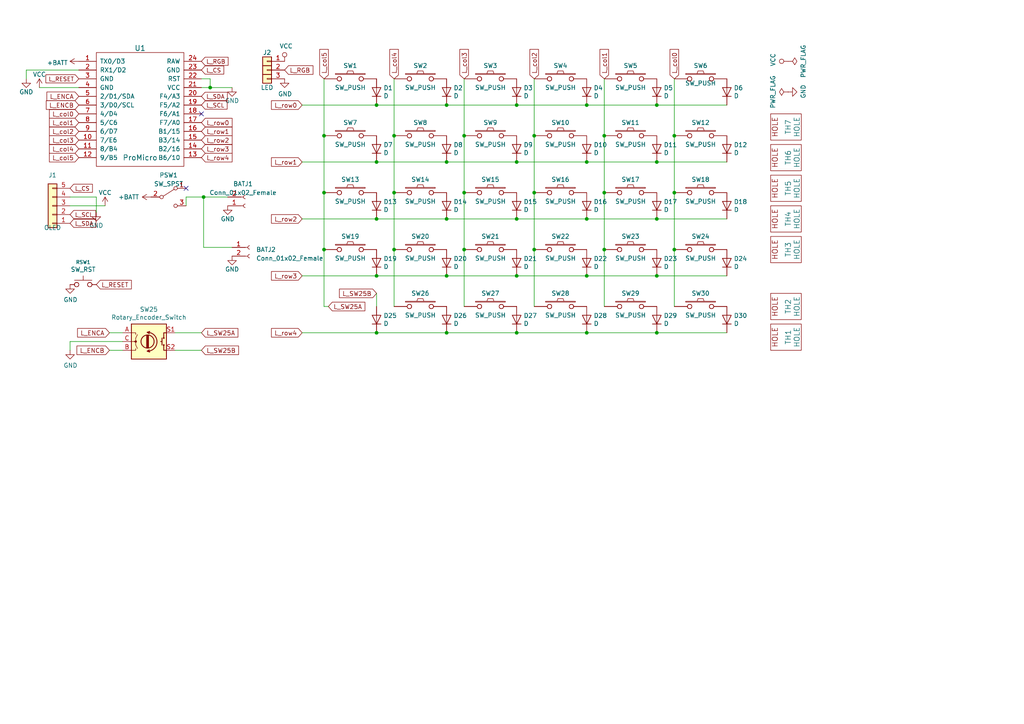
<source format=kicad_sch>
(kicad_sch (version 20230121) (generator eeschema)
  (paper "A4")
  (lib_symbols
    (symbol "Connector:Conn_01x02_Female" (pin_names (offset 1.016) hide)
      (property "Reference" "J" (at 0 2.54 0))
      (property "Value" "Conn_01x02_Female" (at 0 -5.08 0))
      (symbol "Conn_01x02_Female_1_1"
        (arc (start 0 -2.032) (mid -0.5058 -2.54) (end 0 -3.048) (stroke (width 0.1524)))
        (polyline (pts (xy -1.27 -2.54) (xy -0.508 -2.54)) (stroke (width 0.1524)))
        (polyline (pts (xy -1.27 0) (xy -0.508 0)) (stroke (width 0.1524)))
        (arc (start 0 0.508) (mid -0.5058 0) (end 0 -0.508) (stroke (width 0.1524)))
        (pin passive line (at -5.08 0 0) (length 3.81) (name "Pin_1") (number "1"))
        (pin passive line (at -5.08 -2.54 0) (length 3.81) (name "Pin_2") (number "2"))
      )
    )
    (symbol "Connector_Generic:Conn_01x05" (pin_names (offset 1.016) hide)
      (property "Reference" "J" (at 0 7.62 0))
      (property "Value" "Conn_01x05" (at 0 -7.62 0))
      (symbol "Conn_01x05_1_1"
        (rectangle (start -1.27 -4.953) (end 0 -5.207) (stroke (width 0.1524)))
        (rectangle (start -1.27 -2.413) (end 0 -2.667) (stroke (width 0.1524)))
        (rectangle (start -1.27 0.127) (end 0 -0.127) (stroke (width 0.1524)))
        (rectangle (start -1.27 2.667) (end 0 2.413) (stroke (width 0.1524)))
        (rectangle (start -1.27 5.207) (end 0 4.953) (stroke (width 0.1524)))
        (rectangle (start -1.27 6.35) (end 1.27 -6.35) (stroke (width 0.254)) (fill (type background)))
        (pin passive line (at -5.08 5.08 0) (length 3.81) (name "Pin_1") (number "1"))
        (pin passive line (at -5.08 2.54 0) (length 3.81) (name "Pin_2") (number "2"))
        (pin passive line (at -5.08 0 0) (length 3.81) (name "Pin_3") (number "3"))
        (pin passive line (at -5.08 -2.54 0) (length 3.81) (name "Pin_4") (number "4"))
        (pin passive line (at -5.08 -5.08 0) (length 3.81) (name "Pin_5") (number "5"))
      )
    )
    (symbol "SofleKeyboard-rescue:D-Lily58-cache-Lily58_Pro-rescue" (pin_numbers hide) (pin_names (offset 1.016) hide)
      (property "Reference" "D" (at 0 2.54 0))
      (property "Value" "D-Lily58-cache-Lily58_Pro-rescue" (at 0 -2.54 0))
      (symbol "D-Lily58-cache-Lily58_Pro-rescue_0_1"
        (polyline (pts (xy -1.27 1.27) (xy -1.27 -1.27)) (stroke (width 0.2032)))
        (polyline (pts (xy 1.27 0) (xy -1.27 0)))
        (polyline (pts (xy 1.27 1.27) (xy 1.27 -1.27) (xy -1.27 0) (xy 1.27 1.27)) (stroke (width 0.2032)))
      )
      (symbol "D-Lily58-cache-Lily58_Pro-rescue_1_1"
        (pin passive line (at -3.81 0 0) (length 2.54) (name "K") (number "1"))
        (pin passive line (at 3.81 0 180) (length 2.54) (name "A") (number "2"))
      )
    )
    (symbol "SofleKeyboard-rescue:GND-Lily58-cache-Lily58_Pro-rescue" (power) (pin_names (offset 0))
      (property "Value" "GND-Lily58-cache-Lily58_Pro-rescue" (at 0 -3.81 0))
      (symbol "GND-Lily58-cache-Lily58_Pro-rescue_1_1"
        (polyline (pts (xy 0 0) (xy 0 -1.27) (xy 1.27 -1.27) (xy 0 -2.54) (xy -1.27 -1.27) (xy 0 -1.27)))
        (pin power_in line (at 0 0 0) (length 0) hide (name "GND") (number "1"))
      )
    )
    (symbol "SofleKeyboard-rescue:HOLE-Lily58-cache-Lily58_Pro-rescue" (pin_names (offset 1.016))
      (property "Reference" "U" (at 0 0 0))
      (property "Value" "HOLE-Lily58-cache-Lily58_Pro-rescue" (at 0 -5.08 0))
      (symbol "HOLE-Lily58-cache-Lily58_Pro-rescue_0_0"
        (text "HOLE" (at 0 3.81 0) (effects (font (size 1.524 1.524))))
      )
      (symbol "HOLE-Lily58-cache-Lily58_Pro-rescue_0_1"
        (rectangle (start 3.81 5.08) (end -3.81 -3.81))
      )
    )
    (symbol "SofleKeyboard-rescue:LED-Lily58-cache-Lily58_Pro-rescue" (pin_names (offset 1.016) hide)
      (property "Reference" "J" (at 0 5.08 0))
      (property "Value" "LED-Lily58-cache-Lily58_Pro-rescue" (at 0 -5.08 0))
      (symbol "LED-Lily58-cache-Lily58_Pro-rescue_1_1"
        (rectangle (start -1.27 3.81) (end 1.27 -3.81) (stroke (width 0.254)) (fill (type background)))
        (rectangle (start 0 -2.413) (end 1.27 -2.667) (stroke (width 0.1524)))
        (polyline (pts (xy -1.27 -1.27) (xy 1.27 -1.27)) (stroke (width 0.254)))
        (polyline (pts (xy -1.27 1.27) (xy 1.27 1.27)) (stroke (width 0.254)))
        (rectangle (start 0 0.127) (end 1.27 -0.127) (stroke (width 0.1524)))
        (rectangle (start 0 2.667) (end 1.27 2.413) (stroke (width 0.1524)))
        (pin passive line (at 5.08 2.54 180) (length 3.81) (name "Pin_1") (number "1"))
        (pin passive line (at 5.08 0 180) (length 3.81) (name "Pin_2") (number "2"))
        (pin passive line (at 5.08 -2.54 180) (length 3.81) (name "Pin_3") (number "3"))
      )
    )
    (symbol "SofleKeyboard-rescue:PWR_FLAG-Lily58-cache-Lily58_Pro-rescue" (power) (pin_numbers hide) (pin_names (offset 0) hide)
      (property "Value" "PWR_FLAG-Lily58-cache-Lily58_Pro-rescue" (at 0 3.81 0))
      (symbol "PWR_FLAG-Lily58-cache-Lily58_Pro-rescue_0_0"
        (pin power_out line (at 0 0 90) (length 0) (name "pwr") (number "1"))
      )
      (symbol "PWR_FLAG-Lily58-cache-Lily58_Pro-rescue_0_1"
        (polyline (pts (xy 0 0) (xy 0 1.27) (xy -1.016 1.905) (xy 0 2.54) (xy 1.016 1.905) (xy 0 1.27)))
      )
    )
    (symbol "SofleKeyboard-rescue:Rotary_Encoder_Switch-Device" (pin_names (offset 0.254) hide)
      (property "Reference" "SW" (at 0 6.604 0))
      (property "Value" "Device_Rotary_Encoder_Switch" (at 0 -6.604 0))
      (symbol "Rotary_Encoder_Switch-Device_0_1"
        (rectangle (start -5.08 5.08) (end 5.08 -5.08) (stroke (width 0.254)) (fill (type background)))
        (circle (center -3.81 0) (radius 0.254) (fill (type outline)))
        (arc (start -0.381 -2.794) (mid 2.3376 -0.0635) (end -0.381 2.667) (stroke (width 0.254)))
        (circle (center -0.381 0) (radius 1.905) (stroke (width 0.254)))
        (polyline (pts (xy -0.635 -1.778) (xy -0.635 1.778)) (stroke (width 0.254)))
        (polyline (pts (xy -0.381 -1.778) (xy -0.381 1.778)) (stroke (width 0.254)))
        (polyline (pts (xy -0.127 1.778) (xy -0.127 -1.778)) (stroke (width 0.254)))
        (polyline (pts (xy 3.81 0) (xy 3.429 0)) (stroke (width 0.254)))
        (polyline (pts (xy 3.81 1.016) (xy 3.81 -1.016)) (stroke (width 0.254)))
        (polyline (pts (xy -5.08 -2.54) (xy -3.81 -2.54) (xy -3.81 -2.032)))
        (polyline (pts (xy -5.08 2.54) (xy -3.81 2.54) (xy -3.81 2.032)))
        (polyline (pts (xy 0.254 -3.048) (xy -0.508 -2.794) (xy 0.127 -2.413)) (stroke (width 0.254)))
        (polyline (pts (xy 0.254 2.921) (xy -0.508 2.667) (xy 0.127 2.286)) (stroke (width 0.254)))
        (polyline (pts (xy 5.08 -2.54) (xy 4.318 -2.54) (xy 4.318 -1.016)) (stroke (width 0.254)))
        (polyline (pts (xy 5.08 2.54) (xy 4.318 2.54) (xy 4.318 1.016)) (stroke (width 0.254)))
        (polyline (pts (xy -5.08 0) (xy -3.81 0) (xy -3.81 -1.016) (xy -3.302 -2.032)))
        (polyline (pts (xy -4.318 0) (xy -3.81 0) (xy -3.81 1.016) (xy -3.302 2.032)))
        (circle (center 4.318 -1.016) (radius 0.127) (stroke (width 0.254)))
        (circle (center 4.318 1.016) (radius 0.127) (stroke (width 0.254)))
      )
      (symbol "Rotary_Encoder_Switch-Device_1_1"
        (pin passive line (at -7.62 2.54 0) (length 2.54) (name "A") (number "A"))
        (pin passive line (at -7.62 -2.54 0) (length 2.54) (name "B") (number "B"))
        (pin passive line (at -7.62 0 0) (length 2.54) (name "C") (number "C"))
        (pin passive line (at 7.62 2.54 180) (length 2.54) (name "S1") (number "S1"))
        (pin passive line (at 7.62 -2.54 180) (length 2.54) (name "S2") (number "S2"))
      )
    )
    (symbol "SofleKeyboard-rescue:SW_PUSH-Lily58-cache-Lily58_Pro-rescue" (pin_numbers hide) (pin_names (offset 1.016) hide)
      (property "Reference" "SW" (at 3.81 2.794 0))
      (property "Value" "SW_PUSH-Lily58-cache-Lily58_Pro-rescue" (at 0 -2.032 0))
      (symbol "SW_PUSH-Lily58-cache-Lily58_Pro-rescue_0_1"
        (rectangle (start -4.318 1.27) (end 4.318 1.524))
        (polyline (pts (xy -1.016 1.524) (xy -0.762 2.286) (xy 0.762 2.286) (xy 1.016 1.524)))
        (pin passive inverted (at -7.62 0 0) (length 5.08) (name "1") (number "1"))
        (pin passive inverted (at 7.62 0 180) (length 5.08) (name "2") (number "2"))
      )
    )
    (symbol "SofleKeyboard-rescue:SW_RST-Lily58-cache-Lily58_Pro-rescue" (pin_numbers hide) (pin_names (offset 1.016) hide)
      (property "Reference" "RSW" (at 2.54 2.54 0))
      (property "Value" "SW_RST-Lily58-cache-Lily58_Pro-rescue" (at 0 -2.54 0))
      (symbol "SW_RST-Lily58-cache-Lily58_Pro-rescue_0_1"
        (polyline (pts (xy -2.54 1.27) (xy 2.54 1.27)))
        (polyline (pts (xy 0 2.54) (xy 0 1.27)))
        (pin passive inverted (at -3.81 0 0) (length 2.54) (name "1") (number "1"))
        (pin passive inverted (at 3.81 0 180) (length 2.54) (name "2") (number "2"))
      )
    )
    (symbol "SofleKeyboard-rescue:VCC-Lily58-cache-Lily58_Pro-rescue" (power) (pin_names (offset 0))
      (property "Value" "VCC-Lily58-cache-Lily58_Pro-rescue" (at 0 3.81 0))
      (symbol "VCC-Lily58-cache-Lily58_Pro-rescue_0_1"
        (polyline (pts (xy 0 0) (xy 0 1.27)))
        (circle (center 0 1.905) (radius 0.635))
      )
      (symbol "VCC-Lily58-cache-Lily58_Pro-rescue_1_1"
        (pin power_in line (at 0 0 90) (length 0) hide (name "VCC") (number "1"))
      )
    )
    (symbol "Switch:SW_SPDT" (pin_names (offset 0) hide)
      (property "Reference" "SW" (at 0 4.318 0))
      (property "Value" "SW_SPDT" (at 0 -5.08 0))
      (symbol "SW_SPDT_0_0"
        (circle (center -2.032 0) (radius 0.508))
        (circle (center 2.032 -2.54) (radius 0.508))
      )
      (symbol "SW_SPDT_0_1"
        (polyline (pts (xy -1.524 0.254) (xy 1.651 2.286)))
        (circle (center 2.032 2.54) (radius 0.508))
      )
      (symbol "SW_SPDT_1_1"
        (pin passive line (at 5.08 2.54 180) (length 2.54) (name "A") (number "1"))
        (pin passive line (at -5.08 0 0) (length 2.54) (name "B") (number "2"))
        (pin passive line (at 5.08 -2.54 180) (length 2.54) (name "C") (number "3"))
      )
    )
    (symbol "kbd:ProMicro" (pin_names (offset 1.016))
      (property "Reference" "U" (at 0 19.05 0))
      (property "Value" "ProMicro" (at 0 -19.05 0))
      (symbol "ProMicro_0_1"
        (rectangle (start -12.7 16.51) (end 12.7 -16.51))
      )
      (symbol "ProMicro_1_1"
        (pin bidirectional line (at -17.78 13.97 0) (length 5.08) (name "TX0/D3") (number "1"))
        (pin bidirectional line (at -17.78 -8.89 0) (length 5.08) (name "7/E6") (number "10"))
        (pin bidirectional line (at -17.78 -11.43 0) (length 5.08) (name "8/B4") (number "11"))
        (pin bidirectional line (at -17.78 -13.97 0) (length 5.08) (name "9/B5") (number "12"))
        (pin bidirectional line (at 17.78 -13.97 180) (length 5.08) (name "B6/10") (number "13"))
        (pin bidirectional line (at 17.78 -11.43 180) (length 5.08) (name "B2/16") (number "14"))
        (pin bidirectional line (at 17.78 -8.89 180) (length 5.08) (name "B3/14") (number "15"))
        (pin bidirectional line (at 17.78 -6.35 180) (length 5.08) (name "B1/15") (number "16"))
        (pin bidirectional line (at 17.78 -3.81 180) (length 5.08) (name "F7/A0") (number "17"))
        (pin bidirectional line (at 17.78 -1.27 180) (length 5.08) (name "F6/A1") (number "18"))
        (pin bidirectional line (at 17.78 1.27 180) (length 5.08) (name "F5/A2") (number "19"))
        (pin bidirectional line (at -17.78 11.43 0) (length 5.08) (name "RX1/D2") (number "2"))
        (pin bidirectional line (at 17.78 3.81 180) (length 5.08) (name "F4/A3") (number "20"))
        (pin power_in line (at 17.78 6.35 180) (length 5.08) (name "VCC") (number "21"))
        (pin input line (at 17.78 8.89 180) (length 5.08) (name "RST") (number "22"))
        (pin power_in line (at 17.78 11.43 180) (length 5.08) (name "GND") (number "23"))
        (pin power_out line (at 17.78 13.97 180) (length 5.08) (name "RAW") (number "24"))
        (pin power_in line (at -17.78 8.89 0) (length 5.08) (name "GND") (number "3"))
        (pin power_in line (at -17.78 6.35 0) (length 5.08) (name "GND") (number "4"))
        (pin bidirectional line (at -17.78 3.81 0) (length 5.08) (name "2/D1/SDA") (number "5"))
        (pin bidirectional line (at -17.78 1.27 0) (length 5.08) (name "3/D0/SCL") (number "6"))
        (pin bidirectional line (at -17.78 -1.27 0) (length 5.08) (name "4/D4") (number "7"))
        (pin bidirectional line (at -17.78 -3.81 0) (length 5.08) (name "5/C6") (number "8"))
        (pin bidirectional line (at -17.78 -6.35 0) (length 5.08) (name "6/D7") (number "9"))
      )
    )
    (symbol "power:+BATT" (power) (pin_names (offset 0))
      (property "Value" "+BATT" (at 0 3.556 0))
      (symbol "+BATT_0_1"
        (polyline (pts (xy -0.762 1.27) (xy 0 2.54)))
        (polyline (pts (xy 0 0) (xy 0 2.54)))
        (polyline (pts (xy 0 2.54) (xy 0.762 1.27)))
      )
      (symbol "+BATT_1_1"
        (pin power_in line (at 0 0 90) (length 0) hide (name "+BATT") (number "1"))
      )
    )
    (symbol "power:GND" (power) (pin_names (offset 0))
      (property "Value" "GND" (at 0 -3.81 0))
      (symbol "GND_0_1"
        (polyline (pts (xy 0 0) (xy 0 -1.27) (xy 1.27 -1.27) (xy 0 -2.54) (xy -1.27 -1.27) (xy 0 -1.27)))
      )
      (symbol "GND_1_1"
        (pin power_in line (at 0 0 270) (length 0) hide (name "GND") (number "1"))
      )
    )
    (symbol "power:VCC" (power) (pin_names (offset 0))
      (property "Value" "VCC" (at 0 3.81 0))
      (symbol "VCC_0_1"
        (polyline (pts (xy -0.762 1.27) (xy 0 2.54)))
        (polyline (pts (xy 0 0) (xy 0 2.54)))
        (polyline (pts (xy 0 2.54) (xy 0.762 1.27)))
      )
      (symbol "VCC_1_1"
        (pin power_in line (at 0 0 90) (length 0) hide (name "VCC") (number "1"))
      )
    )
  )
  (junction (at 114.3 72.39))
  (junction (at 154.94 55.88))
  (junction (at 190.5 46.99))
  (junction (at 109.22 46.99))
  (junction (at 149.86 80.01))
  (junction (at 93.98 39.37))
  (junction (at 149.86 96.52))
  (junction (at 109.22 63.5))
  (junction (at 175.26 55.88))
  (junction (at 175.26 72.39))
  (junction (at 195.58 39.37))
  (junction (at 154.94 39.37))
  (junction (at 170.18 63.5))
  (junction (at 129.54 80.01))
  (junction (at 59.055 57.15))
  (junction (at 170.18 80.01))
  (junction (at 195.58 72.39))
  (junction (at 109.22 96.52))
  (junction (at 149.86 46.99))
  (junction (at 195.58 55.88))
  (junction (at 129.54 63.5))
  (junction (at 170.18 30.48))
  (junction (at 190.5 80.01))
  (junction (at 134.62 55.88))
  (junction (at 109.22 80.01))
  (junction (at 149.86 63.5))
  (junction (at 129.54 46.99))
  (junction (at 134.62 39.37))
  (junction (at 134.62 72.39))
  (junction (at 190.5 30.48))
  (junction (at 114.3 55.88))
  (junction (at 109.22 30.48))
  (junction (at 114.3 39.37))
  (junction (at 170.18 96.52))
  (junction (at 190.5 96.52))
  (junction (at 93.98 72.39))
  (junction (at 60.96 25.4))
  (junction (at 93.98 55.88))
  (junction (at 129.54 30.48))
  (junction (at 129.54 96.52))
  (junction (at 175.26 39.37))
  (junction (at 149.86 30.48))
  (junction (at 154.94 72.39))
  (junction (at 170.18 46.99))
  (junction (at 190.5 63.5))
  (no_connect (at 58.42 33.02))
  (no_connect (at 53.975 54.61))
  (wire (pts (xy 149.86 63.5) (xy 170.18 63.5)))
  (wire (pts (xy 93.98 88.9) (xy 95.25 88.9)))
  (wire (pts (xy 109.22 30.48) (xy 87.63 30.48)))
  (wire (pts (xy 20.32 99.06) (xy 20.32 101.6)))
  (wire (pts (xy 93.98 39.37) (xy 93.98 55.88)))
  (wire (pts (xy 53.975 57.15) (xy 53.975 59.69)))
  (wire (pts (xy 93.98 22.86) (xy 93.98 39.37)))
  (wire (pts (xy 190.5 46.99) (xy 210.82 46.99)))
  (wire (pts (xy 129.54 46.99) (xy 109.22 46.99)))
  (wire (pts (xy 195.58 72.39) (xy 195.58 88.9)))
  (wire (pts (xy 129.54 30.48) (xy 109.22 30.48)))
  (wire (pts (xy 170.18 80.01) (xy 190.5 80.01)))
  (wire (pts (xy 93.98 55.88) (xy 93.98 72.39)))
  (wire (pts (xy 154.94 39.37) (xy 154.94 55.88)))
  (wire (pts (xy 129.54 63.5) (xy 109.22 63.5)))
  (wire (pts (xy 31.75 101.6) (xy 35.56 101.6)))
  (wire (pts (xy 149.86 96.52) (xy 170.18 96.52)))
  (wire (pts (xy 59.055 57.15) (xy 59.055 71.755)))
  (wire (pts (xy 22.86 25.4) (xy 11.43 25.4)))
  (wire (pts (xy 109.22 46.99) (xy 87.63 46.99)))
  (wire (pts (xy 170.18 46.99) (xy 190.5 46.99)))
  (wire (pts (xy 149.86 30.48) (xy 170.18 30.48)))
  (wire (pts (xy 53.975 57.15) (xy 59.055 57.15)))
  (wire (pts (xy 190.5 30.48) (xy 210.82 30.48)))
  (wire (pts (xy 170.18 63.5) (xy 190.5 63.5)))
  (wire (pts (xy 175.26 72.39) (xy 175.26 55.88)))
  (wire (pts (xy 129.54 80.01) (xy 109.22 80.01)))
  (wire (pts (xy 129.54 46.99) (xy 149.86 46.99)))
  (wire (pts (xy 50.8 101.6) (xy 58.42 101.6)))
  (wire (pts (xy 149.86 80.01) (xy 170.18 80.01)))
  (wire (pts (xy 154.94 55.88) (xy 154.94 72.39)))
  (wire (pts (xy 170.18 96.52) (xy 190.5 96.52)))
  (wire (pts (xy 175.26 22.86) (xy 175.26 39.37)))
  (wire (pts (xy 109.22 96.52) (xy 129.54 96.52)))
  (wire (pts (xy 60.96 22.86) (xy 60.96 25.4)))
  (wire (pts (xy 190.5 96.52) (xy 210.82 96.52)))
  (wire (pts (xy 195.58 55.88) (xy 195.58 72.39)))
  (wire (pts (xy 134.62 39.37) (xy 134.62 55.88)))
  (wire (pts (xy 195.58 39.37) (xy 195.58 22.86)))
  (wire (pts (xy 134.62 72.39) (xy 134.62 88.9)))
  (wire (pts (xy 109.22 63.5) (xy 87.63 63.5)))
  (wire (pts (xy 129.54 80.01) (xy 149.86 80.01)))
  (wire (pts (xy 129.54 96.52) (xy 149.86 96.52)))
  (wire (pts (xy 149.86 46.99) (xy 170.18 46.99)))
  (wire (pts (xy 27.94 61.595) (xy 27.94 57.15)))
  (wire (pts (xy 67.31 25.4) (xy 60.96 25.4)))
  (wire (pts (xy 175.26 39.37) (xy 175.26 55.88)))
  (wire (pts (xy 31.75 96.52) (xy 35.56 96.52)))
  (wire (pts (xy 109.22 85.09) (xy 109.22 88.9)))
  (wire (pts (xy 134.62 22.86) (xy 134.62 39.37)))
  (wire (pts (xy 190.5 30.48) (xy 170.18 30.48)))
  (wire (pts (xy 60.96 25.4) (xy 58.42 25.4)))
  (wire (pts (xy 195.58 55.88) (xy 195.58 39.37)))
  (wire (pts (xy 35.56 99.06) (xy 20.32 99.06)))
  (wire (pts (xy 50.8 96.52) (xy 58.42 96.52)))
  (wire (pts (xy 190.5 80.01) (xy 210.82 80.01)))
  (wire (pts (xy 93.98 72.39) (xy 93.98 88.9)))
  (wire (pts (xy 20.32 59.69) (xy 30.48 59.69)))
  (wire (pts (xy 129.54 30.48) (xy 149.86 30.48)))
  (wire (pts (xy 7.62 22.86) (xy 7.62 20.32)))
  (wire (pts (xy 109.22 80.01) (xy 87.63 80.01)))
  (wire (pts (xy 190.5 63.5) (xy 210.82 63.5)))
  (wire (pts (xy 175.26 72.39) (xy 175.26 88.9)))
  (wire (pts (xy 129.54 63.5) (xy 149.86 63.5)))
  (wire (pts (xy 134.62 55.88) (xy 134.62 72.39)))
  (wire (pts (xy 7.62 20.32) (xy 22.86 20.32)))
  (wire (pts (xy 114.3 72.39) (xy 114.3 88.9)))
  (wire (pts (xy 27.94 57.15) (xy 20.32 57.15)))
  (wire (pts (xy 154.94 72.39) (xy 154.94 88.9)))
  (wire (pts (xy 59.055 71.755) (xy 67.31 71.755)))
  (wire (pts (xy 87.63 96.52) (xy 109.22 96.52)))
  (wire (pts (xy 114.3 22.86) (xy 114.3 39.37)))
  (wire (pts (xy 114.3 55.88) (xy 114.3 72.39)))
  (wire (pts (xy 59.055 57.15) (xy 66.04 57.15)))
  (wire (pts (xy 58.42 22.86) (xy 60.96 22.86)))
  (wire (pts (xy 114.3 39.37) (xy 114.3 55.88)))
  (wire (pts (xy 154.94 22.86) (xy 154.94 39.37)))
  (global_label "L_SCL" (shape input) (at 20.32 62.23 0) (effects (font (size 1.1938 1.1938))) (property "Intersheetrefs" "${INTERSHEET_REFS}" (effects hide)))
  (global_label "L_SW25A" (shape input) (at 95.25 88.9 0) (property "Intersheetrefs" "${INTERSHEET_REFS}" (effects hide)))
  (global_label "L_row2" (shape input) (at 87.63 63.5 180) (property "Intersheetrefs" "${INTERSHEET_REFS}" (effects hide)))
  (global_label "L_col0" (shape input) (at 22.86 33.02 180) (property "Intersheetrefs" "${INTERSHEET_REFS}" (effects hide)))
  (global_label "L_SDA" (shape input) (at 58.42 27.94 0) (effects (font (size 1.1938 1.1938))) (property "Intersheetrefs" "${INTERSHEET_REFS}" (effects hide)))
  (global_label "L_CS" (shape input) (at 20.32 54.61 0) (effects (font (size 1.1938 1.1938))) (property "Intersheetrefs" "${INTERSHEET_REFS}" (effects hide)))
  (global_label "L_SCL" (shape input) (at 58.42 30.48 0) (effects (font (size 1.1938 1.1938))) (property "Intersheetrefs" "${INTERSHEET_REFS}" (effects hide)))
  (global_label "L_col0" (shape input) (at 195.58 22.86 90) (property "Intersheetrefs" "${INTERSHEET_REFS}" (effects hide)))
  (global_label "L_row0" (shape input) (at 87.63 30.48 180) (property "Intersheetrefs" "${INTERSHEET_REFS}" (effects hide)))
  (global_label "L_RGB" (shape input) (at 58.42 17.78 0) (effects (font (size 1.1938 1.1938))) (property "Intersheetrefs" "${INTERSHEET_REFS}" (effects hide)))
  (global_label "L_CS" (shape input) (at 58.42 20.32 0) (effects (font (size 1.1938 1.1938))) (property "Intersheetrefs" "${INTERSHEET_REFS}" (effects hide)))
  (global_label "L_SDA" (shape input) (at 20.32 64.77 0) (effects (font (size 1.1938 1.1938))) (property "Intersheetrefs" "${INTERSHEET_REFS}" (effects hide)))
  (global_label "L_col2" (shape input) (at 22.86 38.1 180) (property "Intersheetrefs" "${INTERSHEET_REFS}" (effects hide)))
  (global_label "L_row1" (shape input) (at 87.63 46.99 180) (property "Intersheetrefs" "${INTERSHEET_REFS}" (effects hide)))
  (global_label "L_col2" (shape input) (at 154.94 22.86 90) (property "Intersheetrefs" "${INTERSHEET_REFS}" (effects hide)))
  (global_label "L_row4" (shape input) (at 87.63 96.52 180) (property "Intersheetrefs" "${INTERSHEET_REFS}" (effects hide)))
  (global_label "L_row1" (shape input) (at 58.42 38.1 0) (property "Intersheetrefs" "${INTERSHEET_REFS}" (effects hide)))
  (global_label "L_row4" (shape input) (at 58.42 45.72 0) (property "Intersheetrefs" "${INTERSHEET_REFS}" (effects hide)))
  (global_label "L_col3" (shape input) (at 134.62 22.86 90) (property "Intersheetrefs" "${INTERSHEET_REFS}" (effects hide)))
  (global_label "L_col1" (shape input) (at 175.26 22.86 90) (property "Intersheetrefs" "${INTERSHEET_REFS}" (effects hide)))
  (global_label "L_col1" (shape input) (at 22.86 35.56 180) (property "Intersheetrefs" "${INTERSHEET_REFS}" (effects hide)))
  (global_label "L_ENCB" (shape input) (at 22.86 30.48 180) (property "Intersheetrefs" "${INTERSHEET_REFS}" (effects hide)))
  (global_label "L_col3" (shape input) (at 22.86 40.64 180) (property "Intersheetrefs" "${INTERSHEET_REFS}" (effects hide)))
  (global_label "L_row2" (shape input) (at 58.42 40.64 0) (property "Intersheetrefs" "${INTERSHEET_REFS}" (effects hide)))
  (global_label "L_SW25B" (shape input) (at 109.22 85.09 180) (property "Intersheetrefs" "${INTERSHEET_REFS}" (effects hide)))
  (global_label "L_col5" (shape input) (at 22.86 45.72 180) (property "Intersheetrefs" "${INTERSHEET_REFS}" (effects hide)))
  (global_label "L_row0" (shape input) (at 58.42 35.56 0) (property "Intersheetrefs" "${INTERSHEET_REFS}" (effects hide)))
  (global_label "L_col4" (shape input) (at 22.86 43.18 180) (property "Intersheetrefs" "${INTERSHEET_REFS}" (effects hide)))
  (global_label "L_col5" (shape input) (at 93.98 22.86 90) (property "Intersheetrefs" "${INTERSHEET_REFS}" (effects hide)))
  (global_label "L_row3" (shape input) (at 87.63 80.01 180) (property "Intersheetrefs" "${INTERSHEET_REFS}" (effects hide)))
  (global_label "L_SW25B" (shape input) (at 58.42 101.6 0) (property "Intersheetrefs" "${INTERSHEET_REFS}" (effects hide)))
  (global_label "L_SW25A" (shape input) (at 58.42 96.52 0) (property "Intersheetrefs" "${INTERSHEET_REFS}" (effects hide)))
  (global_label "L_ENCB" (shape input) (at 31.75 101.6 180) (property "Intersheetrefs" "${INTERSHEET_REFS}" (effects hide)))
  (global_label "L_RESET" (shape input) (at 27.94 82.55 0) (property "Intersheetrefs" "${INTERSHEET_REFS}" (effects hide)))
  (global_label "L_row3" (shape input) (at 58.42 43.18 0) (property "Intersheetrefs" "${INTERSHEET_REFS}" (effects hide)))
  (global_label "L_ENCA" (shape input) (at 31.75 96.52 180) (property "Intersheetrefs" "${INTERSHEET_REFS}" (effects hide)))
  (global_label "L_RGB" (shape input) (at 82.55 20.32 0) (property "Intersheetrefs" "${INTERSHEET_REFS}" (effects hide)))
  (global_label "L_RESET" (shape input) (at 22.86 22.86 180) (effects (font (size 1.1938 1.1938))) (property "Intersheetrefs" "${INTERSHEET_REFS}" (effects hide)))
  (global_label "L_ENCA" (shape input) (at 22.86 27.94 180) (property "Intersheetrefs" "${INTERSHEET_REFS}" (effects hide)))
  (global_label "L_col4" (shape input) (at 114.3 22.86 90) (property "Intersheetrefs" "${INTERSHEET_REFS}" (effects hide)))
  (symbol (lib_id "SofleKeyboard-rescue:SW_PUSH-Lily58-cache-Lily58_Pro-rescue") (at 121.92 88.9 0) (unit 1)
    (property "Reference" "SW26" (at 121.92 85.09 0))
    (property "Value" "SW_PUSH" (at 121.92 91.44 0))
    (property "Footprint" "CherryMX_KailhLowProfile_Hotswap_OneSide_1.5" (effects hide))
  )
  (symbol (lib_id "SofleKeyboard-rescue:SW_PUSH-Lily58-cache-Lily58_Pro-rescue") (at 101.6 22.86 0) (unit 1)
    (property "Reference" "SW1" (at 101.6 19.05 0))
    (property "Value" "SW_PUSH" (at 101.6 25.4 0))
    (property "Footprint" "CherryMX_KailhLowProfile_Hotswap_OneSide" (effects hide))
  )
  (symbol (lib_id "SofleKeyboard-rescue:D-Lily58-cache-Lily58_Pro-rescue") (at 109.22 26.67 90) (unit 1)
    (property "Reference" "D1" (at 111.2266 25.5016 90) (effects (justify right)))
    (property "Value" "D" (at 111.2266 27.813 90) (effects (justify right)))
    (property "Footprint" "SofleKeyboard-footprint:Diode_SOD123" (effects hide))
  )
  (symbol (lib_id "SofleKeyboard-rescue:SW_PUSH-Lily58-cache-Lily58_Pro-rescue") (at 121.92 22.86 0) (unit 1)
    (property "Reference" "SW2" (at 121.92 19.05 0))
    (property "Value" "SW_PUSH" (at 121.92 25.4 0))
    (property "Footprint" "CherryMX_KailhLowProfile_Hotswap_OneSide" (effects hide))
  )
  (symbol (lib_id "SofleKeyboard-rescue:D-Lily58-cache-Lily58_Pro-rescue") (at 129.54 26.67 90) (unit 1)
    (property "Reference" "D2" (at 131.5466 25.5016 90) (effects (justify right)))
    (property "Value" "D" (at 131.5466 27.813 90) (effects (justify right)))
    (property "Footprint" "SofleKeyboard-footprint:Diode_SOD123" (effects hide))
  )
  (symbol (lib_id "SofleKeyboard-rescue:SW_PUSH-Lily58-cache-Lily58_Pro-rescue") (at 142.24 22.86 0) (unit 1)
    (property "Reference" "SW3" (at 142.24 19.05 0))
    (property "Value" "SW_PUSH" (at 142.24 25.4 0))
    (property "Footprint" "CherryMX_KailhLowProfile_Hotswap_OneSide" (effects hide))
  )
  (symbol (lib_id "SofleKeyboard-rescue:D-Lily58-cache-Lily58_Pro-rescue") (at 149.86 26.67 90) (unit 1)
    (property "Reference" "D3" (at 151.8666 25.5016 90) (effects (justify right)))
    (property "Value" "D" (at 151.8666 27.813 90) (effects (justify right)))
    (property "Footprint" "SofleKeyboard-footprint:Diode_SOD123" (effects hide))
  )
  (symbol (lib_id "SofleKeyboard-rescue:SW_PUSH-Lily58-cache-Lily58_Pro-rescue") (at 162.56 22.86 0) (unit 1)
    (property "Reference" "SW4" (at 162.56 19.05 0))
    (property "Value" "SW_PUSH" (at 162.56 25.4 0))
    (property "Footprint" "CherryMX_KailhLowProfile_Hotswap_OneSide" (effects hide))
  )
  (symbol (lib_id "SofleKeyboard-rescue:D-Lily58-cache-Lily58_Pro-rescue") (at 170.18 26.67 90) (unit 1)
    (property "Reference" "D4" (at 172.1866 25.5016 90) (effects (justify right)))
    (property "Value" "D" (at 172.1866 27.813 90) (effects (justify right)))
    (property "Footprint" "SofleKeyboard-footprint:Diode_SOD123" (effects hide))
  )
  (symbol (lib_id "SofleKeyboard-rescue:SW_PUSH-Lily58-cache-Lily58_Pro-rescue") (at 182.88 22.86 0) (unit 1)
    (property "Reference" "SW5" (at 182.88 19.05 0))
    (property "Value" "SW_PUSH" (at 182.88 25.4 0))
    (property "Footprint" "CherryMX_KailhLowProfile_Hotswap_OneSide" (effects hide))
  )
  (symbol (lib_id "SofleKeyboard-rescue:D-Lily58-cache-Lily58_Pro-rescue") (at 190.5 26.67 90) (unit 1)
    (property "Reference" "D5" (at 192.5066 25.5016 90) (effects (justify right)))
    (property "Value" "D" (at 192.5066 27.813 90) (effects (justify right)))
    (property "Footprint" "SofleKeyboard-footprint:Diode_SOD123" (effects hide))
  )
  (symbol (lib_id "SofleKeyboard-rescue:SW_PUSH-Lily58-cache-Lily58_Pro-rescue") (at 203.2 22.86 0) (unit 1)
    (property "Reference" "SW6" (at 203.2 19.05 0))
    (property "Value" "SW_PUSH" (at 203.2 24.13 0))
    (property "Footprint" "CherryMX_KailhLowProfile_Hotswap_OneSide" (effects hide))
  )
  (symbol (lib_id "SofleKeyboard-rescue:D-Lily58-cache-Lily58_Pro-rescue") (at 210.82 26.67 90) (unit 1)
    (property "Reference" "D6" (at 212.8266 25.5016 90) (effects (justify right)))
    (property "Value" "D" (at 212.8266 27.813 90) (effects (justify right)))
    (property "Footprint" "SofleKeyboard-footprint:Diode_SOD123" (effects hide))
  )
  (symbol (lib_id "SofleKeyboard-rescue:SW_PUSH-Lily58-cache-Lily58_Pro-rescue") (at 121.92 39.37 0) (unit 1)
    (property "Reference" "SW8" (at 121.92 35.56 0))
    (property "Value" "SW_PUSH" (at 121.92 41.91 0))
    (property "Footprint" "CherryMX_KailhLowProfile_Hotswap_OneSide" (effects hide))
  )
  (symbol (lib_id "SofleKeyboard-rescue:SW_PUSH-Lily58-cache-Lily58_Pro-rescue") (at 142.24 39.37 0) (unit 1)
    (property "Reference" "SW9" (at 142.24 35.56 0))
    (property "Value" "SW_PUSH" (at 142.24 41.91 0))
    (property "Footprint" "CherryMX_KailhLowProfile_Hotswap_OneSide" (effects hide))
  )
  (symbol (lib_id "SofleKeyboard-rescue:SW_PUSH-Lily58-cache-Lily58_Pro-rescue") (at 162.56 39.37 0) (unit 1)
    (property "Reference" "SW10" (at 162.56 35.56 0))
    (property "Value" "SW_PUSH" (at 162.56 41.91 0))
    (property "Footprint" "CherryMX_KailhLowProfile_Hotswap_OneSide" (effects hide))
  )
  (symbol (lib_id "SofleKeyboard-rescue:SW_PUSH-Lily58-cache-Lily58_Pro-rescue") (at 182.88 39.37 0) (unit 1)
    (property "Reference" "SW11" (at 182.88 35.56 0))
    (property "Value" "SW_PUSH" (at 182.88 41.91 0))
    (property "Footprint" "CherryMX_KailhLowProfile_Hotswap_OneSide" (effects hide))
  )
  (symbol (lib_id "SofleKeyboard-rescue:SW_PUSH-Lily58-cache-Lily58_Pro-rescue") (at 203.2 39.37 0) (unit 1)
    (property "Reference" "SW12" (at 203.2 35.56 0))
    (property "Value" "SW_PUSH" (at 203.2 41.91 0))
    (property "Footprint" "CherryMX_KailhLowProfile_Hotswap_OneSide" (effects hide))
  )
  (symbol (lib_id "SofleKeyboard-rescue:SW_PUSH-Lily58-cache-Lily58_Pro-rescue") (at 101.6 39.37 0) (unit 1)
    (property "Reference" "SW7" (at 101.6 35.56 0))
    (property "Value" "SW_PUSH" (at 101.6 41.91 0))
    (property "Footprint" "CherryMX_KailhLowProfile_Hotswap_OneSide" (effects hide))
  )
  (symbol (lib_id "SofleKeyboard-rescue:D-Lily58-cache-Lily58_Pro-rescue") (at 109.22 43.18 90) (unit 1)
    (property "Reference" "D7" (at 111.2266 42.0116 90) (effects (justify right)))
    (property "Value" "D" (at 111.2266 44.323 90) (effects (justify right)))
    (property "Footprint" "SofleKeyboard-footprint:Diode_SOD123" (effects hide))
  )
  (symbol (lib_id "SofleKeyboard-rescue:D-Lily58-cache-Lily58_Pro-rescue") (at 129.54 43.18 90) (unit 1)
    (property "Reference" "D8" (at 131.5466 42.0116 90) (effects (justify right)))
    (property "Value" "D" (at 131.5466 44.323 90) (effects (justify right)))
    (property "Footprint" "SofleKeyboard-footprint:Diode_SOD123" (effects hide))
  )
  (symbol (lib_id "SofleKeyboard-rescue:D-Lily58-cache-Lily58_Pro-rescue") (at 149.86 43.18 90) (unit 1)
    (property "Reference" "D9" (at 151.8666 42.0116 90) (effects (justify right)))
    (property "Value" "D" (at 151.8666 44.323 90) (effects (justify right)))
    (property "Footprint" "SofleKeyboard-footprint:Diode_SOD123" (effects hide))
  )
  (symbol (lib_id "SofleKeyboard-rescue:D-Lily58-cache-Lily58_Pro-rescue") (at 170.18 43.18 90) (unit 1)
    (property "Reference" "D10" (at 172.1866 42.0116 90) (effects (justify right)))
    (property "Value" "D" (at 172.1866 44.323 90) (effects (justify right)))
    (property "Footprint" "SofleKeyboard-footprint:Diode_SOD123" (effects hide))
  )
  (symbol (lib_id "SofleKeyboard-rescue:D-Lily58-cache-Lily58_Pro-rescue") (at 190.5 43.18 90) (unit 1)
    (property "Reference" "D11" (at 192.5066 42.0116 90) (effects (justify right)))
    (property "Value" "D" (at 192.5066 44.323 90) (effects (justify right)))
    (property "Footprint" "SofleKeyboard-footprint:Diode_SOD123" (effects hide))
  )
  (symbol (lib_id "SofleKeyboard-rescue:D-Lily58-cache-Lily58_Pro-rescue") (at 210.82 43.18 90) (unit 1)
    (property "Reference" "D12" (at 212.8266 42.0116 90) (effects (justify right)))
    (property "Value" "D" (at 212.8266 44.323 90) (effects (justify right)))
    (property "Footprint" "SofleKeyboard-footprint:Diode_SOD123" (effects hide))
  )
  (symbol (lib_id "SofleKeyboard-rescue:SW_PUSH-Lily58-cache-Lily58_Pro-rescue") (at 101.6 55.88 0) (unit 1)
    (property "Reference" "SW13" (at 101.6 52.07 0))
    (property "Value" "SW_PUSH" (at 101.6 58.42 0))
    (property "Footprint" "CherryMX_KailhLowProfile_Hotswap_OneSide" (effects hide))
  )
  (symbol (lib_id "SofleKeyboard-rescue:SW_PUSH-Lily58-cache-Lily58_Pro-rescue") (at 121.92 55.88 0) (unit 1)
    (property "Reference" "SW14" (at 121.92 52.07 0))
    (property "Value" "SW_PUSH" (at 121.92 58.42 0))
    (property "Footprint" "CherryMX_KailhLowProfile_Hotswap_OneSide" (effects hide))
  )
  (symbol (lib_id "SofleKeyboard-rescue:SW_PUSH-Lily58-cache-Lily58_Pro-rescue") (at 142.24 55.88 0) (unit 1)
    (property "Reference" "SW15" (at 142.24 52.07 0))
    (property "Value" "SW_PUSH" (at 142.24 58.42 0))
    (property "Footprint" "CherryMX_KailhLowProfile_Hotswap_OneSide" (effects hide))
  )
  (symbol (lib_id "SofleKeyboard-rescue:SW_PUSH-Lily58-cache-Lily58_Pro-rescue") (at 162.56 55.88 0) (unit 1)
    (property "Reference" "SW16" (at 162.56 52.07 0))
    (property "Value" "SW_PUSH" (at 162.56 58.42 0))
    (property "Footprint" "CherryMX_KailhLowProfile_Hotswap_OneSide" (effects hide))
  )
  (symbol (lib_id "SofleKeyboard-rescue:SW_PUSH-Lily58-cache-Lily58_Pro-rescue") (at 182.88 55.88 0) (unit 1)
    (property "Reference" "SW17" (at 182.88 52.07 0))
    (property "Value" "SW_PUSH" (at 182.88 58.42 0))
    (property "Footprint" "CherryMX_KailhLowProfile_Hotswap_OneSide" (effects hide))
  )
  (symbol (lib_id "SofleKeyboard-rescue:SW_PUSH-Lily58-cache-Lily58_Pro-rescue") (at 203.2 55.88 0) (unit 1)
    (property "Reference" "SW18" (at 203.2 52.07 0))
    (property "Value" "SW_PUSH" (at 203.2 58.42 0))
    (property "Footprint" "CherryMX_KailhLowProfile_Hotswap_OneSide" (effects hide))
  )
  (symbol (lib_id "SofleKeyboard-rescue:D-Lily58-cache-Lily58_Pro-rescue") (at 109.22 59.69 90) (unit 1)
    (property "Reference" "D13" (at 111.2266 58.5216 90) (effects (justify right)))
    (property "Value" "D" (at 111.2266 60.833 90) (effects (justify right)))
    (property "Footprint" "SofleKeyboard-footprint:Diode_SOD123" (effects hide))
  )
  (symbol (lib_id "SofleKeyboard-rescue:D-Lily58-cache-Lily58_Pro-rescue") (at 129.54 59.69 90) (unit 1)
    (property "Reference" "D14" (at 131.5466 58.5216 90) (effects (justify right)))
    (property "Value" "D" (at 131.5466 60.833 90) (effects (justify right)))
    (property "Footprint" "SofleKeyboard-footprint:Diode_SOD123" (effects hide))
  )
  (symbol (lib_id "SofleKeyboard-rescue:D-Lily58-cache-Lily58_Pro-rescue") (at 149.86 59.69 90) (unit 1)
    (property "Reference" "D15" (at 151.8666 58.5216 90) (effects (justify right)))
    (property "Value" "D" (at 151.8666 60.833 90) (effects (justify right)))
    (property "Footprint" "SofleKeyboard-footprint:Diode_SOD123" (effects hide))
  )
  (symbol (lib_id "SofleKeyboard-rescue:D-Lily58-cache-Lily58_Pro-rescue") (at 170.18 59.69 90) (unit 1)
    (property "Reference" "D16" (at 172.1866 58.5216 90) (effects (justify right)))
    (property "Value" "D" (at 172.1866 60.833 90) (effects (justify right)))
    (property "Footprint" "SofleKeyboard-footprint:Diode_SOD123" (effects hide))
  )
  (symbol (lib_id "SofleKeyboard-rescue:D-Lily58-cache-Lily58_Pro-rescue") (at 190.5 59.69 90) (unit 1)
    (property "Reference" "D17" (at 192.5066 58.5216 90) (effects (justify right)))
    (property "Value" "D" (at 192.5066 60.833 90) (effects (justify right)))
    (property "Footprint" "SofleKeyboard-footprint:Diode_SOD123" (effects hide))
  )
  (symbol (lib_id "SofleKeyboard-rescue:D-Lily58-cache-Lily58_Pro-rescue") (at 210.82 59.69 90) (unit 1)
    (property "Reference" "D18" (at 212.8266 58.5216 90) (effects (justify right)))
    (property "Value" "D" (at 212.8266 60.833 90) (effects (justify right)))
    (property "Footprint" "SofleKeyboard-footprint:Diode_SOD123" (effects hide))
  )
  (symbol (lib_id "SofleKeyboard-rescue:SW_PUSH-Lily58-cache-Lily58_Pro-rescue") (at 142.24 72.39 0) (unit 1)
    (property "Reference" "SW21" (at 142.24 68.58 0))
    (property "Value" "SW_PUSH" (at 142.24 74.93 0))
    (property "Footprint" "CherryMX_KailhLowProfile_Hotswap_OneSide" (effects hide))
  )
  (symbol (lib_id "SofleKeyboard-rescue:SW_PUSH-Lily58-cache-Lily58_Pro-rescue") (at 162.56 72.39 0) (unit 1)
    (property "Reference" "SW22" (at 162.56 68.58 0))
    (property "Value" "SW_PUSH" (at 162.56 74.93 0))
    (property "Footprint" "CherryMX_KailhLowProfile_Hotswap_OneSide" (effects hide))
  )
  (symbol (lib_id "SofleKeyboard-rescue:SW_PUSH-Lily58-cache-Lily58_Pro-rescue") (at 182.88 72.39 0) (unit 1)
    (property "Reference" "SW23" (at 182.88 68.58 0))
    (property "Value" "SW_PUSH" (at 182.88 74.93 0))
    (property "Footprint" "CherryMX_KailhLowProfile_Hotswap_OneSide" (effects hide))
  )
  (symbol (lib_id "SofleKeyboard-rescue:SW_PUSH-Lily58-cache-Lily58_Pro-rescue") (at 203.2 72.39 0) (unit 1)
    (property "Reference" "SW24" (at 203.2 68.58 0))
    (property "Value" "SW_PUSH" (at 203.2 74.93 0))
    (property "Footprint" "CherryMX_KailhLowProfile_Hotswap_OneSide" (effects hide))
  )
  (symbol (lib_id "SofleKeyboard-rescue:SW_PUSH-Lily58-cache-Lily58_Pro-rescue") (at 121.92 72.39 0) (unit 1)
    (property "Reference" "SW20" (at 121.92 68.58 0))
    (property "Value" "SW_PUSH" (at 121.92 74.93 0))
    (property "Footprint" "CherryMX_KailhLowProfile_Hotswap_OneSide" (effects hide))
  )
  (symbol (lib_id "SofleKeyboard-rescue:SW_PUSH-Lily58-cache-Lily58_Pro-rescue") (at 101.6 72.39 0) (unit 1)
    (property "Reference" "SW19" (at 101.6 68.58 0))
    (property "Value" "SW_PUSH" (at 101.6 74.93 0))
    (property "Footprint" "CherryMX_KailhLowProfile_Hotswap_OneSide" (effects hide))
  )
  (symbol (lib_id "SofleKeyboard-rescue:D-Lily58-cache-Lily58_Pro-rescue") (at 109.22 76.2 90) (unit 1)
    (property "Reference" "D19" (at 111.2266 75.0316 90) (effects (justify right)))
    (property "Value" "D" (at 111.2266 77.343 90) (effects (justify right)))
    (property "Footprint" "SofleKeyboard-footprint:Diode_SOD123" (effects hide))
  )
  (symbol (lib_id "SofleKeyboard-rescue:D-Lily58-cache-Lily58_Pro-rescue") (at 129.54 76.2 90) (unit 1)
    (property "Reference" "D20" (at 131.5466 75.0316 90) (effects (justify right)))
    (property "Value" "D" (at 131.5466 77.343 90) (effects (justify right)))
    (property "Footprint" "SofleKeyboard-footprint:Diode_SOD123" (effects hide))
  )
  (symbol (lib_id "SofleKeyboard-rescue:D-Lily58-cache-Lily58_Pro-rescue") (at 149.86 76.2 90) (unit 1)
    (property "Reference" "D21" (at 151.8666 75.0316 90) (effects (justify right)))
    (property "Value" "D" (at 151.8666 77.343 90) (effects (justify right)))
    (property "Footprint" "SofleKeyboard-footprint:Diode_SOD123" (effects hide))
  )
  (symbol (lib_id "SofleKeyboard-rescue:D-Lily58-cache-Lily58_Pro-rescue") (at 170.18 76.2 90) (unit 1)
    (property "Reference" "D22" (at 172.1866 75.0316 90) (effects (justify right)))
    (property "Value" "D" (at 172.1866 77.343 90) (effects (justify right)))
    (property "Footprint" "SofleKeyboard-footprint:Diode_SOD123" (effects hide))
  )
  (symbol (lib_id "SofleKeyboard-rescue:D-Lily58-cache-Lily58_Pro-rescue") (at 190.5 76.2 90) (unit 1)
    (property "Reference" "D23" (at 192.5066 75.0316 90) (effects (justify right)))
    (property "Value" "D" (at 192.5066 77.343 90) (effects (justify right)))
    (property "Footprint" "SofleKeyboard-footprint:Diode_SOD123" (effects hide))
  )
  (symbol (lib_id "SofleKeyboard-rescue:D-Lily58-cache-Lily58_Pro-rescue") (at 210.82 76.2 90) (unit 1)
    (property "Reference" "D24" (at 212.8266 75.0316 90) (effects (justify right)))
    (property "Value" "D" (at 212.8266 77.343 90) (effects (justify right)))
    (property "Footprint" "SofleKeyboard-footprint:Diode_SOD123" (effects hide))
  )
  (symbol (lib_id "SofleKeyboard-rescue:SW_PUSH-Lily58-cache-Lily58_Pro-rescue") (at 142.24 88.9 0) (unit 1)
    (property "Reference" "SW27" (at 142.24 85.09 0))
    (property "Value" "SW_PUSH" (at 142.24 91.44 0))
    (property "Footprint" "CherryMX_KailhLowProfile_Hotswap_OneSide" (effects hide))
  )
  (symbol (lib_id "SofleKeyboard-rescue:SW_PUSH-Lily58-cache-Lily58_Pro-rescue") (at 162.56 88.9 0) (unit 1)
    (property "Reference" "SW28" (at 162.56 85.09 0))
    (property "Value" "SW_PUSH" (at 162.56 91.44 0))
    (property "Footprint" "CherryMX_KailhLowProfile_Hotswap_OneSide" (effects hide))
  )
  (symbol (lib_id "SofleKeyboard-rescue:SW_PUSH-Lily58-cache-Lily58_Pro-rescue") (at 182.88 88.9 0) (unit 1)
    (property "Reference" "SW29" (at 182.88 85.09 0))
    (property "Value" "SW_PUSH" (at 182.88 91.44 0))
    (property "Footprint" "CherryMX_KailhLowProfile_Hotswap_OneSide" (effects hide))
  )
  (symbol (lib_id "SofleKeyboard-rescue:D-Lily58-cache-Lily58_Pro-rescue") (at 109.22 92.71 90) (unit 1)
    (property "Reference" "D25" (at 111.2266 91.5416 90) (effects (justify right)))
    (property "Value" "D" (at 111.2266 93.853 90) (effects (justify right)))
    (property "Footprint" "SofleKeyboard-footprint:Diode_SOD123" (effects hide))
  )
  (symbol (lib_id "SofleKeyboard-rescue:D-Lily58-cache-Lily58_Pro-rescue") (at 129.54 92.71 90) (unit 1)
    (property "Reference" "D26" (at 131.5466 91.5416 90) (effects (justify right)))
    (property "Value" "D" (at 131.5466 93.853 90) (effects (justify right)))
    (property "Footprint" "SofleKeyboard-footprint:Diode_SOD123" (effects hide))
  )
  (symbol (lib_id "SofleKeyboard-rescue:D-Lily58-cache-Lily58_Pro-rescue") (at 149.86 92.71 90) (unit 1)
    (property "Reference" "D27" (at 151.8666 91.5416 90) (effects (justify right)))
    (property "Value" "D" (at 151.8666 93.853 90) (effects (justify right)))
    (property "Footprint" "SofleKeyboard-footprint:Diode_SOD123" (effects hide))
  )
  (symbol (lib_id "SofleKeyboard-rescue:D-Lily58-cache-Lily58_Pro-rescue") (at 170.18 92.71 90) (unit 1)
    (property "Reference" "D28" (at 172.1866 91.5416 90) (effects (justify right)))
    (property "Value" "D" (at 172.1866 93.853 90) (effects (justify right)))
    (property "Footprint" "SofleKeyboard-footprint:Diode_SOD123" (effects hide))
  )
  (symbol (lib_id "SofleKeyboard-rescue:D-Lily58-cache-Lily58_Pro-rescue") (at 190.5 92.71 90) (unit 1)
    (property "Reference" "D29" (at 192.5066 91.5416 90) (effects (justify right)))
    (property "Value" "D" (at 192.5066 93.853 90) (effects (justify right)))
    (property "Footprint" "SofleKeyboard-footprint:Diode_SOD123" (effects hide))
  )
  (symbol (lib_id "SofleKeyboard-rescue:LED-Lily58-cache-Lily58_Pro-rescue") (at 77.47 20.32 0) (unit 1)
    (property "Reference" "J2" (at 77.47 15.24 0))
    (property "Value" "LED" (at 77.47 25.4 0))
    (property "Footprint" "SofleKeyboard-footprint:LED" (effects hide))
  )
  (symbol (lib_id "SofleKeyboard-rescue:VCC-Lily58-cache-Lily58_Pro-rescue") (at 82.55 17.78 0) (unit 1)
    (property "Reference" "#PWR07" (effects hide))
    (property "Value" "VCC" (at 82.9818 13.3858 0))
  )
  (symbol (lib_id "SofleKeyboard-rescue:GND-Lily58-cache-Lily58_Pro-rescue") (at 82.55 22.86 0) (unit 1)
    (property "Reference" "#PWR08" (effects hide))
    (property "Value" "GND" (at 82.677 27.2542 0))
  )
  (symbol (lib_id "SofleKeyboard-rescue:GND-Lily58-cache-Lily58_Pro-rescue") (at 20.32 82.55 0) (unit 1)
    (property "Reference" "#PWR010" (effects hide))
    (property "Value" "GND" (at 20.447 86.9442 0))
  )
  (symbol (lib_id "SofleKeyboard-rescue:PWR_FLAG-Lily58-cache-Lily58_Pro-rescue") (at 228.6 26.67 90) (unit 1)
    (property "Reference" "#FLG01" (effects hide))
    (property "Value" "PWR_FLAG" (at 224.1804 26.67 0))
  )
  (symbol (lib_id "SofleKeyboard-rescue:GND-Lily58-cache-Lily58_Pro-rescue") (at 228.6 26.67 90) (unit 1)
    (property "Reference" "#PWR012" (effects hide))
    (property "Value" "GND" (at 232.9942 26.543 0))
  )
  (symbol (lib_id "SofleKeyboard-rescue:VCC-Lily58-cache-Lily58_Pro-rescue") (at 228.6 17.78 90) (unit 1)
    (property "Reference" "#PWR013" (effects hide))
    (property "Value" "VCC" (at 224.2058 17.3482 0))
  )
  (symbol (lib_id "SofleKeyboard-rescue:PWR_FLAG-Lily58-cache-Lily58_Pro-rescue") (at 228.6 17.78 270) (unit 1)
    (property "Reference" "#FLG02" (effects hide))
    (property "Value" "PWR_FLAG" (at 232.9942 17.78 0))
  )
  (symbol (lib_id "SofleKeyboard-rescue:HOLE-Lily58-cache-Lily58_Pro-rescue") (at 228.6 97.79 90) (unit 1)
    (property "Reference" "TH1" (at 228.6 97.79 0) (effects (font (size 1.524 1.524))))
    (property "Value" "HOLE" (at 231.14 97.79 0) (effects (font (size 1.524 1.524))))
    (property "Footprint" "SofleKeyboard-footprint:M2_HOLE_PCB" (effects hide))
  )
  (symbol (lib_id "SofleKeyboard-rescue:HOLE-Lily58-cache-Lily58_Pro-rescue") (at 228.6 88.9 90) (unit 1)
    (property "Reference" "TH2" (at 228.6 88.9 0) (effects (font (size 1.524 1.524))))
    (property "Value" "HOLE" (at 231.14 88.9 0) (effects (font (size 1.524 1.524))))
    (property "Footprint" "SofleKeyboard-footprint:M2_HOLE_PCB" (effects hide))
  )
  (symbol (lib_id "SofleKeyboard-rescue:HOLE-Lily58-cache-Lily58_Pro-rescue") (at 228.6 63.5 90) (unit 1)
    (property "Reference" "TH4" (at 228.6 63.5 0) (effects (font (size 1.524 1.524))))
    (property "Value" "HOLE" (at 231.14 63.5 0) (effects (font (size 1.524 1.524))))
    (property "Footprint" "SofleKeyboard-footprint:HOLE_M2_TH" (effects hide))
  )
  (symbol (lib_id "SofleKeyboard-rescue:HOLE-Lily58-cache-Lily58_Pro-rescue") (at 228.6 54.61 90) (unit 1)
    (property "Reference" "TH5" (at 228.6 54.61 0) (effects (font (size 1.524 1.524))))
    (property "Value" "HOLE" (at 231.14 54.61 0) (effects (font (size 1.524 1.524))))
    (property "Footprint" "SofleKeyboard-footprint:HOLE_M2_TH" (effects hide))
  )
  (symbol (lib_id "SofleKeyboard-rescue:HOLE-Lily58-cache-Lily58_Pro-rescue") (at 228.6 45.72 90) (unit 1)
    (property "Reference" "TH6" (at 228.6 45.72 0) (effects (font (size 1.524 1.524))))
    (property "Value" "HOLE" (at 231.14 45.72 0) (effects (font (size 1.524 1.524))))
    (property "Footprint" "SofleKeyboard-footprint:HOLE_M2_TH" (effects hide))
  )
  (symbol (lib_id "SofleKeyboard-rescue:HOLE-Lily58-cache-Lily58_Pro-rescue") (at 228.6 36.83 90) (unit 1)
    (property "Reference" "TH7" (at 228.6 36.83 0) (effects (font (size 1.524 1.524))))
    (property "Value" "HOLE" (at 231.14 36.83 0) (effects (font (size 1.524 1.524))))
    (property "Footprint" "SofleKeyboard-footprint:HOLE_M2_TH" (effects hide))
  )
  (symbol (lib_id "SofleKeyboard-rescue:HOLE-Lily58-cache-Lily58_Pro-rescue") (at 228.6 72.39 90) (unit 1)
    (property "Reference" "TH3" (at 228.6 72.39 0) (effects (font (size 1.524 1.524))))
    (property "Value" "HOLE" (at 231.14 72.39 0) (effects (font (size 1.524 1.524))))
    (property "Footprint" "SofleKeyboard-footprint:HOLE_M2_TH" (effects hide))
  )
  (symbol (lib_id "SofleKeyboard-rescue:SW_RST-Lily58-cache-Lily58_Pro-rescue") (at 24.13 82.55 0) (unit 1)
    (property "Reference" "RSW1" (at 24.13 76.0476 0) (effects (font (size 1.016 1.016))))
    (property "Value" "SW_RST" (at 24.13 78.1558 0))
    (property "Footprint" "SofleKeyboard-footprint:TACT_SWITCH_TVBP06" (effects hide))
  )
  (symbol (lib_id "SofleKeyboard-rescue:SW_PUSH-Lily58-cache-Lily58_Pro-rescue") (at 203.2 88.9 0) (unit 1)
    (property "Reference" "SW30" (at 203.2 85.09 0))
    (property "Value" "SW_PUSH" (at 203.2 91.44 0))
    (property "Footprint" "CherryMX_KailhLowProfile_Hotswap_OneSide" (effects hide))
  )
  (symbol (lib_id "SofleKeyboard-rescue:D-Lily58-cache-Lily58_Pro-rescue") (at 210.82 92.71 90) (unit 1)
    (property "Reference" "D30" (at 212.8266 91.5416 90) (effects (justify right)))
    (property "Value" "D" (at 212.8266 93.853 90) (effects (justify right)))
    (property "Footprint" "SofleKeyboard-footprint:Diode_SOD123" (effects hide))
  )
  (symbol (lib_id "SofleKeyboard-rescue:Rotary_Encoder_Switch-Device") (at 43.18 99.06 0) (unit 1)
    (property "Reference" "SW25" (at 43.18 89.7382 0))
    (property "Value" "Rotary_Encoder_Switch" (at 43.18 92.0496 0))
    (property "Footprint" "SofleKeyboard-footprint:RotaryEncoder_Alps_EC11E-Switch_Vertical_H20mm-keebio_modified" (effects hide))
  )
  (symbol (lib_id "power:GND") (at 20.32 101.6 0) (unit 1)
    (property "Reference" "#PWR0103" (effects hide))
    (property "Value" "GND" (at 20.447 105.9942 0))
  )
  (symbol (lib_id "power:+BATT") (at 43.815 57.15 90) (unit 1)
    (property "Reference" "#PWR0101" (effects hide))
    (property "Value" "+BATT" (at 34.29 57.15 90) (effects (justify right)))
  )
  (symbol (lib_id "power:GND") (at 66.04 59.69 0) (unit 1)
    (property "Reference" "#PWR0102" (effects hide))
    (property "Value" "GND" (at 66.04 63.5 0))
  )
  (symbol (lib_id "kbd:ProMicro") (at 40.64 31.75 0) (unit 1)
    (property "Reference" "U1" (at 40.64 13.97 0) (effects (font (size 1.524 1.524))))
    (property "Value" "ProMicro" (at 40.64 45.72 0) (effects (font (size 1.524 1.524))))
    (property "Footprint" "lib:nice_nano" (effects hide))
  )
  (symbol (lib_id "Connector:Conn_01x02_Female") (at 71.12 59.69 0) (mirror x) (unit 1)
    (property "Reference" "BATJ1" (at 70.485 53.34 0))
    (property "Value" "Conn_01x02_Female" (at 70.485 55.88 0))
    (property "Footprint" "Connector_PinHeader_2.54mm:PinHeader_1x02_P2.54mm_Vertical" (effects hide))
  )
  (symbol (lib_id "power:VCC") (at 11.43 25.4 0) (mirror y) (unit 1)
    (property "Reference" "#PWR0108" (effects hide))
    (property "Value" "VCC" (at 11.43 21.59 0))
  )
  (symbol (lib_id "power:GND") (at 67.31 74.295 0) (unit 1)
    (property "Reference" "#PWR0110" (effects hide))
    (property "Value" "GND" (at 67.31 78.105 0))
  )
  (symbol (lib_id "power:+BATT") (at 22.86 17.78 90) (mirror x) (unit 1)
    (property "Reference" "#PWR0109" (effects hide))
    (property "Value" "+BATT" (at 19.685 18.2138 90) (effects (justify left)))
  )
  (symbol (lib_id "power:VCC") (at 30.48 59.69 0) (unit 1)
    (property "Reference" "#PWR0106" (effects hide))
    (property "Value" "VCC" (at 30.48 55.88 0))
  )
  (symbol (lib_id "power:GND") (at 67.31 25.4 0) (mirror y) (unit 1)
    (property "Reference" "#PWR0104" (effects hide))
    (property "Value" "GND" (at 67.31 29.21 0))
  )
  (symbol (lib_id "Connector:Conn_01x02_Female") (at 72.39 71.755 0) (unit 1)
    (property "Reference" "BATJ2" (at 74.295 72.39 0) (effects (justify left)))
    (property "Value" "Conn_01x02_Female" (at 74.295 74.93 0) (effects (justify left)))
    (property "Footprint" "lib:Double_Sided_JST_Jack" (effects hide))
  )
  (symbol (lib_id "power:GND") (at 7.62 22.86 0) (mirror y) (unit 1)
    (property "Reference" "#PWR0107" (effects hide))
    (property "Value" "GND" (at 7.62 26.67 0))
  )
  (symbol (lib_id "Switch:SW_SPDT") (at 48.895 57.15 0) (unit 1)
    (property "Reference" "PSW1" (at 48.895 50.8 0))
    (property "Value" "SW_SPST" (at 48.895 53.34 0))
    (property "Footprint" "Button_Switch_SMD:SW_SPDT_PCM12" (effects hide))
  )
  (symbol (lib_id "power:GND") (at 27.94 61.595 0) (unit 1)
    (property "Reference" "#PWR0105" (effects hide))
    (property "Value" "GND" (at 27.94 65.405 0))
  )
  (symbol (lib_id "Connector_Generic:Conn_01x05") (at 15.24 59.69 180) (unit 1)
    (property "Reference" "J1" (at 15.24 50.8 0))
    (property "Value" "OLED" (at 15.24 66.04 0))
    (property "Footprint" "lib:nice_view" (effects hide))
  )
)
</source>
